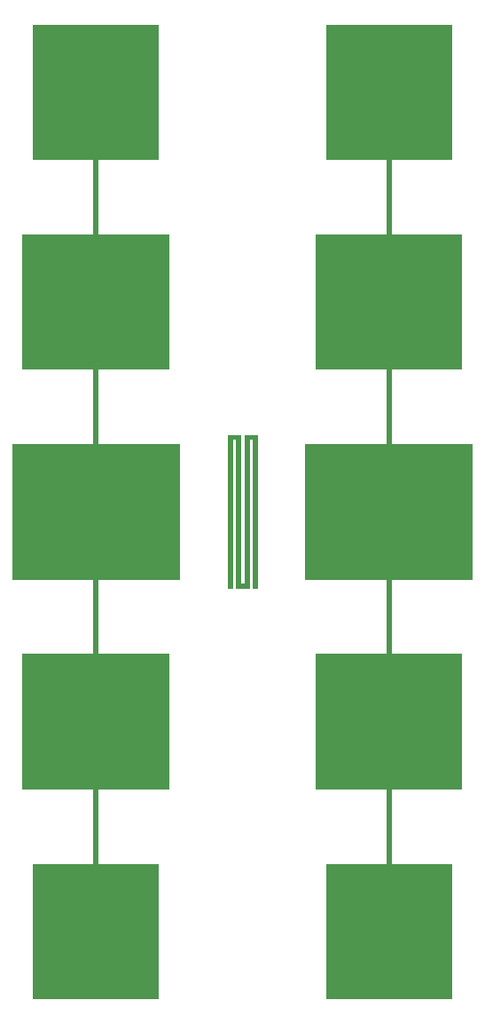
<source format=gtl>
G04 #@! TF.GenerationSoftware,KiCad,Pcbnew,(2017-07-25 revision 161045f)-master*
G04 #@! TF.CreationDate,2017-07-26T13:36:44+03:00*
G04 #@! TF.ProjectId,patch_1x5,70617463685F3178352E6B696361645F,rev?*
G04 #@! TF.SameCoordinates,Original*
G04 #@! TF.FileFunction,Copper,L1,Top,Signal*
G04 #@! TF.FilePolarity,Positive*
%FSLAX46Y46*%
G04 Gerber Fmt 4.6, Leading zero omitted, Abs format (unit mm)*
G04 Created by KiCad (PCBNEW (2017-07-25 revision 161045f)-master) date Wed Jul 26 13:36:44 2017*
%MOMM*%
%LPD*%
G01*
G04 APERTURE LIST*
%ADD10C,0.100000*%
%ADD11C,0.700000*%
G04 APERTURE END LIST*
D10*
G36*
X127741000Y-115784780D02*
X127441000Y-115784780D01*
X127441000Y-115284780D01*
X127741000Y-115284780D01*
X127741000Y-115784780D01*
G37*
G36*
X128541000Y-101584780D02*
X128241000Y-101584780D01*
X128241000Y-101084780D01*
X128541000Y-101084780D01*
X128541000Y-101584780D01*
G37*
G36*
X126941000Y-101584780D02*
X126641000Y-101584780D01*
X126641000Y-101084780D01*
X126941000Y-101084780D01*
X126941000Y-101584780D01*
G37*
G36*
X129041000Y-115784780D02*
X128541000Y-115784780D01*
X128541000Y-101084780D01*
X129041000Y-101084780D01*
X129041000Y-115784780D01*
G37*
G36*
X128241000Y-115784780D02*
X127741000Y-115784780D01*
X127741000Y-101084780D01*
X128241000Y-101084780D01*
X128241000Y-115784780D01*
G37*
G36*
X127441000Y-115784780D02*
X126941000Y-115784780D01*
X126941000Y-101084780D01*
X127441000Y-101084780D01*
X127441000Y-115784780D01*
G37*
G36*
X126641000Y-115784780D02*
X126141000Y-115784780D01*
X126141000Y-101084780D01*
X126641000Y-101084780D01*
X126641000Y-115784780D01*
G37*
G36*
X141809125Y-81984780D02*
X148541000Y-81984780D01*
X148541000Y-94884780D01*
X141809125Y-94884780D01*
X141809125Y-101984780D01*
X149541000Y-101984780D01*
X149541000Y-114884780D01*
X141809125Y-114884780D01*
X141809125Y-121984780D01*
X148541000Y-121984780D01*
X148541000Y-134884780D01*
X141809125Y-134884780D01*
X141809125Y-141984780D01*
X147541000Y-141984780D01*
X147541000Y-154884780D01*
X135541000Y-154884780D01*
X135541000Y-141984780D01*
X141272875Y-141984780D01*
X141272875Y-134884780D01*
X134541000Y-134884780D01*
X134541000Y-121984780D01*
X141272875Y-121984780D01*
X141272875Y-114884780D01*
X133541000Y-114884780D01*
X133541000Y-101984780D01*
X141272875Y-101984780D01*
X141272875Y-94884780D01*
X134541000Y-94884780D01*
X134541000Y-81984780D01*
X141272875Y-81984780D01*
X141272875Y-74884780D01*
X135541000Y-74884780D01*
X135541000Y-61984780D01*
X147541000Y-61984780D01*
X147541000Y-74884780D01*
X141809125Y-74884780D01*
X141809125Y-81984780D01*
G37*
G36*
X113809125Y-81984780D02*
X120541000Y-81984780D01*
X120541000Y-94884780D01*
X113809125Y-94884780D01*
X113809125Y-101984780D01*
X121541000Y-101984780D01*
X121541000Y-114884780D01*
X113809125Y-114884780D01*
X113809125Y-121984780D01*
X120541000Y-121984780D01*
X120541000Y-134884780D01*
X113809125Y-134884780D01*
X113809125Y-141984780D01*
X119541000Y-141984780D01*
X119541000Y-154884780D01*
X107541000Y-154884780D01*
X107541000Y-141984780D01*
X113272875Y-141984780D01*
X113272875Y-134884780D01*
X106541000Y-134884780D01*
X106541000Y-121984780D01*
X113272875Y-121984780D01*
X113272875Y-114884780D01*
X105541000Y-114884780D01*
X105541000Y-101984780D01*
X113272875Y-101984780D01*
X113272875Y-94884780D01*
X106541000Y-94884780D01*
X106541000Y-81984780D01*
X113272875Y-81984780D01*
X113272875Y-74884780D01*
X107541000Y-74884780D01*
X107541000Y-61984780D01*
X119541000Y-61984780D01*
X119541000Y-74884780D01*
X113809125Y-74884780D01*
X113809125Y-81984780D01*
G37*
D11*
X141541000Y-112934780D03*
X113541000Y-112934780D03*
M02*

</source>
